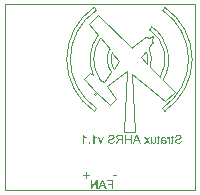
<source format=gbo>
G04 Layer_Color=32896*
%FSLAX25Y25*%
%MOIN*%
G70*
G01*
G75*
%ADD20C,0.00100*%
%ADD41C,0.00248*%
G36*
X23780Y11321D02*
X23826Y11254D01*
X23880Y11187D01*
X23930Y11129D01*
X23980Y11079D01*
X24017Y11038D01*
X24034Y11025D01*
X24046Y11013D01*
X24051Y11009D01*
X24055Y11004D01*
X24142Y10934D01*
X24229Y10867D01*
X24313Y10809D01*
X24396Y10763D01*
X24467Y10721D01*
X24496Y10705D01*
X24521Y10692D01*
X24541Y10680D01*
X24558Y10676D01*
X24566Y10667D01*
X24571D01*
Y10326D01*
X24508Y10351D01*
X24446Y10380D01*
X24383Y10409D01*
X24325Y10439D01*
X24275Y10464D01*
X24234Y10484D01*
X24209Y10501D01*
X24205Y10505D01*
X24200D01*
X24125Y10551D01*
X24059Y10597D01*
X24001Y10638D01*
X23955Y10676D01*
X23913Y10705D01*
X23888Y10730D01*
X23867Y10746D01*
X23863Y10751D01*
Y8500D01*
X23510D01*
Y11391D01*
X23739D01*
X23780Y11321D01*
D02*
G37*
G36*
X20423D02*
X20469Y11254D01*
X20523Y11187D01*
X20573Y11129D01*
X20623Y11079D01*
X20660Y11038D01*
X20677Y11025D01*
X20689Y11013D01*
X20693Y11009D01*
X20698Y11004D01*
X20785Y10934D01*
X20872Y10867D01*
X20956Y10809D01*
X21039Y10763D01*
X21109Y10721D01*
X21139Y10705D01*
X21163Y10692D01*
X21184Y10680D01*
X21201Y10676D01*
X21209Y10667D01*
X21213D01*
Y10326D01*
X21151Y10351D01*
X21089Y10380D01*
X21026Y10409D01*
X20968Y10439D01*
X20918Y10464D01*
X20877Y10484D01*
X20852Y10501D01*
X20847Y10505D01*
X20843D01*
X20768Y10551D01*
X20702Y10597D01*
X20643Y10638D01*
X20598Y10676D01*
X20556Y10705D01*
X20531Y10730D01*
X20510Y10746D01*
X20506Y10751D01*
Y8500D01*
X20153D01*
Y11391D01*
X20381D01*
X20423Y11321D01*
D02*
G37*
G36*
X36306Y8500D02*
X35923D01*
Y9856D01*
X34434D01*
Y8500D01*
X34051D01*
Y11379D01*
X34434D01*
Y10197D01*
X35923D01*
Y11379D01*
X36306D01*
Y8500D01*
D02*
G37*
G36*
X46993Y10630D02*
X47080Y10622D01*
X47164Y10609D01*
X47230Y10597D01*
X47288Y10584D01*
X47330Y10572D01*
X47347Y10567D01*
X47359Y10563D01*
X47363Y10559D01*
X47367D01*
X47438Y10530D01*
X47501Y10493D01*
X47555Y10459D01*
X47600Y10426D01*
X47634Y10393D01*
X47659Y10368D01*
X47675Y10351D01*
X47679Y10347D01*
X47717Y10293D01*
X47750Y10235D01*
X47775Y10176D01*
X47796Y10122D01*
X47813Y10068D01*
X47825Y10031D01*
X47829Y10014D01*
Y10002D01*
X47833Y9998D01*
Y9993D01*
X47488Y9948D01*
X47463Y10023D01*
X47438Y10089D01*
X47409Y10143D01*
X47384Y10185D01*
X47359Y10218D01*
X47338Y10239D01*
X47322Y10251D01*
X47317Y10255D01*
X47267Y10285D01*
X47209Y10305D01*
X47147Y10322D01*
X47089Y10330D01*
X47030Y10339D01*
X46989Y10343D01*
X46947D01*
X46852Y10339D01*
X46768Y10326D01*
X46702Y10305D01*
X46643Y10285D01*
X46602Y10260D01*
X46569Y10243D01*
X46548Y10226D01*
X46544Y10222D01*
X46510Y10185D01*
X46485Y10139D01*
X46465Y10089D01*
X46452Y10039D01*
X46444Y9993D01*
X46440Y9952D01*
Y9927D01*
Y9923D01*
Y9919D01*
Y9910D01*
Y9894D01*
Y9865D01*
X46444Y9839D01*
Y9831D01*
Y9827D01*
X46485Y9815D01*
X46531Y9802D01*
X46627Y9777D01*
X46735Y9756D01*
X46835Y9736D01*
X46885Y9727D01*
X46931Y9723D01*
X46972Y9715D01*
X47005Y9711D01*
X47035Y9706D01*
X47055D01*
X47072Y9702D01*
X47076D01*
X47151Y9694D01*
X47213Y9681D01*
X47267Y9673D01*
X47309Y9665D01*
X47342Y9661D01*
X47367Y9652D01*
X47384Y9648D01*
X47388D01*
X47442Y9631D01*
X47488Y9615D01*
X47534Y9594D01*
X47571Y9577D01*
X47605Y9561D01*
X47625Y9544D01*
X47642Y9536D01*
X47646Y9532D01*
X47688Y9503D01*
X47721Y9469D01*
X47754Y9436D01*
X47779Y9403D01*
X47800Y9374D01*
X47817Y9349D01*
X47825Y9332D01*
X47829Y9328D01*
X47850Y9282D01*
X47867Y9232D01*
X47879Y9186D01*
X47887Y9141D01*
X47892Y9103D01*
X47896Y9074D01*
Y9057D01*
Y9049D01*
X47892Y8999D01*
X47887Y8958D01*
X47867Y8870D01*
X47837Y8800D01*
X47804Y8737D01*
X47771Y8687D01*
X47742Y8650D01*
X47721Y8629D01*
X47713Y8621D01*
X47638Y8567D01*
X47555Y8525D01*
X47463Y8496D01*
X47380Y8475D01*
X47305Y8463D01*
X47272Y8458D01*
X47243D01*
X47218Y8454D01*
X47184D01*
X47109Y8458D01*
X47035Y8467D01*
X46968Y8475D01*
X46910Y8488D01*
X46864Y8500D01*
X46827Y8512D01*
X46802Y8517D01*
X46793Y8521D01*
X46723Y8550D01*
X46656Y8587D01*
X46594Y8629D01*
X46531Y8666D01*
X46481Y8704D01*
X46444Y8733D01*
X46419Y8754D01*
X46415Y8762D01*
X46411D01*
X46402Y8708D01*
X46394Y8658D01*
X46386Y8612D01*
X46373Y8575D01*
X46361Y8542D01*
X46352Y8521D01*
X46348Y8504D01*
X46344Y8500D01*
X45974D01*
X45995Y8546D01*
X46015Y8591D01*
X46032Y8633D01*
X46040Y8671D01*
X46053Y8704D01*
X46057Y8729D01*
X46061Y8745D01*
Y8750D01*
X46065Y8779D01*
X46069Y8816D01*
Y8858D01*
X46074Y8903D01*
X46078Y9008D01*
Y9111D01*
X46082Y9211D01*
Y9257D01*
Y9295D01*
Y9328D01*
Y9353D01*
Y9369D01*
Y9374D01*
Y9848D01*
Y9927D01*
X46086Y9998D01*
X46090Y10052D01*
Y10097D01*
X46094Y10131D01*
X46099Y10156D01*
X46103Y10168D01*
Y10172D01*
X46115Y10226D01*
X46132Y10272D01*
X46148Y10310D01*
X46169Y10347D01*
X46186Y10372D01*
X46198Y10393D01*
X46207Y10405D01*
X46211Y10409D01*
X46244Y10443D01*
X46282Y10476D01*
X46323Y10501D01*
X46365Y10526D01*
X46402Y10543D01*
X46431Y10555D01*
X46452Y10563D01*
X46461Y10567D01*
X46527Y10588D01*
X46598Y10605D01*
X46668Y10617D01*
X46739Y10626D01*
X46802Y10630D01*
X46847Y10634D01*
X46893D01*
X46993Y10630D01*
D02*
G37*
G36*
X41660Y9582D02*
X42421Y8500D01*
X41993D01*
X41431Y9299D01*
X41331Y9145D01*
X40899Y8500D01*
X40466D01*
X41227Y9582D01*
X40516Y10588D01*
X40944D01*
X41298Y10093D01*
X41352Y10014D01*
X41377Y9977D01*
X41402Y9939D01*
X41423Y9910D01*
X41439Y9885D01*
X41452Y9869D01*
X41456Y9865D01*
X41477Y9902D01*
X41502Y9939D01*
X41527Y9977D01*
X41548Y10014D01*
X41568Y10043D01*
X41585Y10073D01*
X41597Y10089D01*
X41602Y10093D01*
X41930Y10588D01*
X42363D01*
X41660Y9582D01*
D02*
G37*
G36*
X26189Y8500D02*
X25852D01*
X25057Y10588D01*
X25423D01*
X25885Y9311D01*
X25914Y9228D01*
X25943Y9153D01*
X25964Y9082D01*
X25985Y9028D01*
X25997Y8978D01*
X26010Y8945D01*
X26014Y8924D01*
X26018Y8916D01*
X26043Y8995D01*
X26064Y9074D01*
X26089Y9145D01*
X26110Y9207D01*
X26126Y9261D01*
X26139Y9303D01*
X26143Y9315D01*
X26147Y9328D01*
X26151Y9332D01*
Y9336D01*
X26601Y10588D01*
X26975D01*
X26189Y8500D01*
D02*
G37*
G36*
X50175Y11104D02*
Y10588D01*
X50437D01*
Y10314D01*
X50175D01*
Y9107D01*
Y9049D01*
Y8999D01*
X50171Y8953D01*
X50167Y8908D01*
Y8870D01*
X50163Y8837D01*
X50155Y8783D01*
X50146Y8741D01*
X50142Y8712D01*
X50134Y8696D01*
Y8691D01*
X50117Y8654D01*
X50092Y8625D01*
X50067Y8596D01*
X50046Y8575D01*
X50021Y8554D01*
X50005Y8542D01*
X49992Y8533D01*
X49988Y8529D01*
X49942Y8508D01*
X49897Y8496D01*
X49847Y8483D01*
X49797Y8479D01*
X49755Y8475D01*
X49722Y8471D01*
X49689D01*
X49597Y8475D01*
X49551Y8479D01*
X49510Y8488D01*
X49472Y8492D01*
X49443Y8496D01*
X49427Y8500D01*
X49418D01*
X49464Y8812D01*
X49497Y8808D01*
X49531Y8804D01*
X49560D01*
X49580Y8800D01*
X49622D01*
X49676Y8804D01*
X49714Y8812D01*
X49734Y8820D01*
X49743Y8824D01*
X49772Y8845D01*
X49788Y8866D01*
X49801Y8883D01*
X49805Y8891D01*
X49809Y8912D01*
X49813Y8941D01*
X49818Y9008D01*
X49822Y9037D01*
Y9062D01*
Y9078D01*
Y9087D01*
Y10314D01*
X49464D01*
Y10588D01*
X49822D01*
Y11316D01*
X50175Y11104D01*
D02*
G37*
G36*
X45479D02*
Y10588D01*
X45741D01*
Y10314D01*
X45479D01*
Y9107D01*
Y9049D01*
Y8999D01*
X45475Y8953D01*
X45470Y8908D01*
Y8870D01*
X45466Y8837D01*
X45458Y8783D01*
X45450Y8741D01*
X45445Y8712D01*
X45437Y8696D01*
Y8691D01*
X45421Y8654D01*
X45395Y8625D01*
X45371Y8596D01*
X45350Y8575D01*
X45325Y8554D01*
X45308Y8542D01*
X45296Y8533D01*
X45292Y8529D01*
X45246Y8508D01*
X45200Y8496D01*
X45150Y8483D01*
X45100Y8479D01*
X45059Y8475D01*
X45025Y8471D01*
X44992D01*
X44901Y8475D01*
X44855Y8479D01*
X44813Y8488D01*
X44776Y8492D01*
X44747Y8496D01*
X44730Y8500D01*
X44722D01*
X44767Y8812D01*
X44801Y8808D01*
X44834Y8804D01*
X44863D01*
X44884Y8800D01*
X44925D01*
X44980Y8804D01*
X45017Y8812D01*
X45038Y8820D01*
X45046Y8824D01*
X45075Y8845D01*
X45092Y8866D01*
X45104Y8883D01*
X45109Y8891D01*
X45113Y8912D01*
X45117Y8941D01*
X45121Y9008D01*
X45125Y9037D01*
Y9062D01*
Y9078D01*
Y9087D01*
Y10314D01*
X44767D01*
Y10588D01*
X45125D01*
Y11316D01*
X45479Y11104D01*
D02*
G37*
G36*
X44426Y9295D02*
Y9216D01*
X44422Y9145D01*
X44418Y9091D01*
X44414Y9041D01*
Y9008D01*
X44410Y8983D01*
X44405Y8966D01*
Y8962D01*
X44393Y8908D01*
X44376Y8858D01*
X44360Y8812D01*
X44339Y8775D01*
X44322Y8741D01*
X44310Y8721D01*
X44301Y8704D01*
X44297Y8700D01*
X44264Y8662D01*
X44227Y8629D01*
X44189Y8600D01*
X44148Y8575D01*
X44114Y8554D01*
X44085Y8537D01*
X44069Y8529D01*
X44060Y8525D01*
X43998Y8500D01*
X43940Y8483D01*
X43881Y8471D01*
X43827Y8463D01*
X43781Y8458D01*
X43744Y8454D01*
X43715D01*
X43640Y8458D01*
X43565Y8471D01*
X43499Y8488D01*
X43432Y8508D01*
X43374Y8537D01*
X43320Y8567D01*
X43270Y8596D01*
X43224Y8629D01*
X43182Y8662D01*
X43149Y8691D01*
X43120Y8725D01*
X43095Y8750D01*
X43074Y8770D01*
X43062Y8787D01*
X43053Y8800D01*
X43049Y8804D01*
Y8500D01*
X42733D01*
Y10588D01*
X43087D01*
Y9469D01*
X43091Y9374D01*
X43095Y9290D01*
X43103Y9220D01*
X43116Y9161D01*
X43128Y9116D01*
X43137Y9082D01*
X43141Y9066D01*
X43145Y9057D01*
X43170Y9008D01*
X43199Y8966D01*
X43232Y8929D01*
X43266Y8895D01*
X43295Y8870D01*
X43320Y8854D01*
X43336Y8841D01*
X43345Y8837D01*
X43399Y8812D01*
X43453Y8791D01*
X43503Y8779D01*
X43549Y8766D01*
X43586Y8762D01*
X43615Y8758D01*
X43644D01*
X43702Y8762D01*
X43752Y8770D01*
X43798Y8783D01*
X43835Y8800D01*
X43869Y8812D01*
X43890Y8824D01*
X43906Y8833D01*
X43910Y8837D01*
X43948Y8870D01*
X43977Y8903D01*
X44002Y8941D01*
X44023Y8974D01*
X44035Y9008D01*
X44043Y9032D01*
X44052Y9049D01*
Y9053D01*
X44060Y9099D01*
X44064Y9153D01*
X44069Y9216D01*
Y9278D01*
X44073Y9336D01*
Y9382D01*
Y9403D01*
Y9415D01*
Y9424D01*
Y9428D01*
Y10588D01*
X44426D01*
Y9295D01*
D02*
G37*
G36*
X48395Y10630D02*
X48436Y10622D01*
X48478Y10609D01*
X48511Y10597D01*
X48536Y10584D01*
X48561Y10572D01*
X48574Y10563D01*
X48578Y10559D01*
X48615Y10526D01*
X48653Y10484D01*
X48690Y10434D01*
X48724Y10389D01*
X48757Y10343D01*
X48778Y10305D01*
X48794Y10276D01*
X48798Y10272D01*
Y10588D01*
X49119D01*
Y8500D01*
X48765D01*
Y9590D01*
X48761Y9673D01*
X48757Y9748D01*
X48748Y9819D01*
X48736Y9881D01*
X48724Y9931D01*
X48715Y9968D01*
X48711Y9993D01*
X48707Y10002D01*
X48690Y10047D01*
X48669Y10085D01*
X48649Y10118D01*
X48628Y10147D01*
X48607Y10168D01*
X48595Y10185D01*
X48582Y10193D01*
X48578Y10197D01*
X48545Y10222D01*
X48507Y10239D01*
X48470Y10251D01*
X48441Y10260D01*
X48412Y10264D01*
X48391Y10268D01*
X48370D01*
X48324Y10264D01*
X48278Y10255D01*
X48233Y10243D01*
X48195Y10231D01*
X48162Y10218D01*
X48137Y10206D01*
X48120Y10197D01*
X48116Y10193D01*
X47987Y10518D01*
X48058Y10555D01*
X48125Y10584D01*
X48183Y10605D01*
X48237Y10622D01*
X48283Y10630D01*
X48320Y10634D01*
X48349D01*
X48395Y10630D01*
D02*
G37*
G36*
X39318Y8500D02*
X38914D01*
X38602Y9374D01*
X37396D01*
X37059Y8500D01*
X36626D01*
X37804Y11379D01*
X38219D01*
X39318Y8500D01*
D02*
G37*
G36*
X33411D02*
X33028D01*
Y9777D01*
X32537D01*
X32491Y9773D01*
X32458D01*
X32429Y9769D01*
X32408Y9765D01*
X32391D01*
X32383Y9760D01*
X32379D01*
X32312Y9740D01*
X32283Y9727D01*
X32258Y9715D01*
X32233Y9702D01*
X32217Y9694D01*
X32208Y9690D01*
X32204Y9686D01*
X32171Y9661D01*
X32138Y9631D01*
X32075Y9569D01*
X32046Y9540D01*
X32025Y9515D01*
X32013Y9498D01*
X32009Y9494D01*
X31967Y9436D01*
X31921Y9374D01*
X31876Y9307D01*
X31830Y9245D01*
X31792Y9186D01*
X31763Y9141D01*
X31751Y9124D01*
X31742Y9111D01*
X31734Y9103D01*
Y9099D01*
X31356Y8500D01*
X30881D01*
X31376Y9282D01*
X31435Y9365D01*
X31489Y9440D01*
X31543Y9503D01*
X31589Y9561D01*
X31630Y9602D01*
X31663Y9636D01*
X31684Y9657D01*
X31692Y9665D01*
X31726Y9690D01*
X31763Y9719D01*
X31838Y9765D01*
X31871Y9781D01*
X31896Y9798D01*
X31913Y9806D01*
X31921Y9810D01*
X31846Y9823D01*
X31776Y9835D01*
X31713Y9856D01*
X31651Y9873D01*
X31597Y9894D01*
X31547Y9919D01*
X31501Y9939D01*
X31460Y9960D01*
X31426Y9985D01*
X31393Y10006D01*
X31368Y10023D01*
X31347Y10039D01*
X31331Y10052D01*
X31318Y10064D01*
X31314Y10068D01*
X31310Y10073D01*
X31277Y10114D01*
X31243Y10156D01*
X31193Y10243D01*
X31160Y10330D01*
X31135Y10414D01*
X31118Y10484D01*
X31114Y10513D01*
Y10543D01*
X31110Y10563D01*
Y10580D01*
Y10588D01*
Y10593D01*
X31114Y10680D01*
X31127Y10759D01*
X31148Y10834D01*
X31168Y10896D01*
X31193Y10950D01*
X31210Y10992D01*
X31227Y11017D01*
X31231Y11021D01*
Y11025D01*
X31281Y11092D01*
X31331Y11150D01*
X31385Y11200D01*
X31435Y11237D01*
X31480Y11266D01*
X31518Y11283D01*
X31543Y11295D01*
X31547Y11300D01*
X31551D01*
X31589Y11312D01*
X31634Y11325D01*
X31726Y11345D01*
X31826Y11358D01*
X31917Y11370D01*
X32004Y11375D01*
X32042D01*
X32075Y11379D01*
X33411D01*
Y8500D01*
D02*
G37*
G36*
X22403D02*
X22000D01*
Y8903D01*
X22403D01*
Y8500D01*
D02*
G37*
G36*
X51989Y11424D02*
X52085Y11412D01*
X52176Y11395D01*
X52255Y11379D01*
X52318Y11362D01*
X52347Y11354D01*
X52368Y11345D01*
X52384Y11337D01*
X52397Y11333D01*
X52405Y11329D01*
X52409D01*
X52492Y11287D01*
X52567Y11241D01*
X52630Y11191D01*
X52680Y11146D01*
X52717Y11104D01*
X52746Y11071D01*
X52767Y11046D01*
X52771Y11042D01*
Y11038D01*
X52813Y10967D01*
X52842Y10896D01*
X52863Y10825D01*
X52875Y10763D01*
X52883Y10709D01*
X52892Y10667D01*
Y10651D01*
Y10638D01*
Y10634D01*
Y10630D01*
X52888Y10559D01*
X52875Y10493D01*
X52859Y10430D01*
X52842Y10376D01*
X52825Y10335D01*
X52809Y10301D01*
X52796Y10281D01*
X52792Y10272D01*
X52750Y10214D01*
X52701Y10160D01*
X52651Y10114D01*
X52601Y10077D01*
X52559Y10043D01*
X52522Y10023D01*
X52497Y10006D01*
X52492Y10002D01*
X52488D01*
X52455Y9985D01*
X52418Y9968D01*
X52334Y9939D01*
X52239Y9910D01*
X52147Y9881D01*
X52064Y9856D01*
X52027Y9848D01*
X51993Y9839D01*
X51968Y9831D01*
X51947Y9827D01*
X51935Y9823D01*
X51931D01*
X51860Y9806D01*
X51794Y9790D01*
X51735Y9773D01*
X51685Y9760D01*
X51635Y9748D01*
X51594Y9736D01*
X51556Y9727D01*
X51527Y9715D01*
X51498Y9706D01*
X51477Y9702D01*
X51444Y9690D01*
X51423Y9686D01*
X51419Y9681D01*
X51357Y9657D01*
X51303Y9627D01*
X51257Y9598D01*
X51224Y9573D01*
X51195Y9548D01*
X51178Y9532D01*
X51165Y9519D01*
X51161Y9515D01*
X51132Y9478D01*
X51111Y9436D01*
X51099Y9394D01*
X51086Y9361D01*
X51082Y9328D01*
X51078Y9303D01*
Y9282D01*
Y9278D01*
X51082Y9228D01*
X51091Y9182D01*
X51103Y9141D01*
X51120Y9107D01*
X51136Y9074D01*
X51149Y9053D01*
X51157Y9037D01*
X51161Y9032D01*
X51195Y8991D01*
X51236Y8958D01*
X51278Y8929D01*
X51315Y8899D01*
X51353Y8883D01*
X51382Y8866D01*
X51403Y8858D01*
X51411Y8854D01*
X51473Y8833D01*
X51540Y8816D01*
X51606Y8808D01*
X51665Y8800D01*
X51715Y8795D01*
X51756Y8791D01*
X51794D01*
X51885Y8795D01*
X51968Y8804D01*
X52043Y8816D01*
X52110Y8833D01*
X52164Y8849D01*
X52205Y8862D01*
X52218Y8866D01*
X52230Y8870D01*
X52235Y8874D01*
X52239D01*
X52305Y8908D01*
X52368Y8945D01*
X52413Y8983D01*
X52455Y9020D01*
X52488Y9049D01*
X52509Y9078D01*
X52522Y9095D01*
X52526Y9099D01*
X52555Y9153D01*
X52584Y9211D01*
X52601Y9274D01*
X52617Y9328D01*
X52630Y9382D01*
X52638Y9419D01*
Y9436D01*
X52642Y9448D01*
Y9453D01*
Y9457D01*
X53000Y9424D01*
X52992Y9319D01*
X52975Y9220D01*
X52950Y9132D01*
X52921Y9053D01*
X52892Y8991D01*
X52879Y8966D01*
X52871Y8945D01*
X52859Y8929D01*
X52854Y8916D01*
X52846Y8908D01*
Y8903D01*
X52784Y8824D01*
X52717Y8754D01*
X52646Y8696D01*
X52580Y8646D01*
X52522Y8608D01*
X52472Y8583D01*
X52455Y8575D01*
X52443Y8567D01*
X52434Y8562D01*
X52430D01*
X52326Y8525D01*
X52218Y8496D01*
X52110Y8479D01*
X52006Y8463D01*
X51956Y8458D01*
X51914Y8454D01*
X51877D01*
X51844Y8450D01*
X51777D01*
X51665Y8454D01*
X51561Y8467D01*
X51465Y8488D01*
X51386Y8508D01*
X51319Y8525D01*
X51290Y8537D01*
X51265Y8546D01*
X51249Y8554D01*
X51236Y8558D01*
X51228Y8562D01*
X51224D01*
X51136Y8608D01*
X51061Y8658D01*
X50995Y8712D01*
X50941Y8762D01*
X50899Y8804D01*
X50870Y8841D01*
X50849Y8866D01*
X50845Y8870D01*
Y8874D01*
X50799Y8953D01*
X50766Y9028D01*
X50745Y9099D01*
X50729Y9166D01*
X50720Y9224D01*
X50712Y9270D01*
Y9286D01*
Y9299D01*
Y9303D01*
Y9307D01*
X50716Y9390D01*
X50729Y9469D01*
X50749Y9540D01*
X50770Y9598D01*
X50795Y9648D01*
X50812Y9686D01*
X50828Y9706D01*
X50833Y9715D01*
X50883Y9777D01*
X50941Y9835D01*
X51003Y9885D01*
X51066Y9931D01*
X51120Y9964D01*
X51165Y9989D01*
X51182Y9998D01*
X51195Y10006D01*
X51203Y10010D01*
X51207D01*
X51240Y10027D01*
X51282Y10039D01*
X51328Y10056D01*
X51378Y10073D01*
X51482Y10102D01*
X51590Y10131D01*
X51640Y10143D01*
X51685Y10156D01*
X51731Y10168D01*
X51769Y10176D01*
X51798Y10185D01*
X51823Y10189D01*
X51839Y10193D01*
X51844D01*
X51927Y10214D01*
X52002Y10231D01*
X52068Y10251D01*
X52126Y10268D01*
X52180Y10289D01*
X52226Y10305D01*
X52268Y10322D01*
X52305Y10335D01*
X52334Y10351D01*
X52359Y10364D01*
X52376Y10372D01*
X52393Y10385D01*
X52413Y10397D01*
X52418Y10401D01*
X52455Y10443D01*
X52480Y10484D01*
X52501Y10526D01*
X52513Y10567D01*
X52522Y10601D01*
X52526Y10630D01*
Y10647D01*
Y10655D01*
X52517Y10721D01*
X52501Y10780D01*
X52476Y10830D01*
X52447Y10875D01*
X52422Y10909D01*
X52397Y10938D01*
X52380Y10954D01*
X52372Y10959D01*
X52339Y10979D01*
X52305Y11000D01*
X52226Y11033D01*
X52143Y11054D01*
X52060Y11071D01*
X51985Y11079D01*
X51952Y11083D01*
X51927Y11088D01*
X51868D01*
X51752Y11083D01*
X51648Y11067D01*
X51565Y11042D01*
X51494Y11017D01*
X51440Y10992D01*
X51398Y10967D01*
X51378Y10950D01*
X51369Y10946D01*
X51311Y10888D01*
X51265Y10825D01*
X51228Y10759D01*
X51203Y10692D01*
X51186Y10630D01*
X51174Y10584D01*
X51170Y10563D01*
X51165Y10551D01*
Y10543D01*
Y10538D01*
X50799Y10567D01*
X50808Y10659D01*
X50828Y10742D01*
X50849Y10821D01*
X50878Y10888D01*
X50903Y10942D01*
X50924Y10983D01*
X50933Y10996D01*
X50941Y11009D01*
X50945Y11013D01*
Y11017D01*
X50999Y11088D01*
X51057Y11150D01*
X51120Y11204D01*
X51182Y11246D01*
X51236Y11283D01*
X51278Y11304D01*
X51294Y11312D01*
X51307Y11321D01*
X51315Y11325D01*
X51319D01*
X51411Y11358D01*
X51511Y11383D01*
X51602Y11404D01*
X51690Y11416D01*
X51769Y11424D01*
X51798D01*
X51827Y11429D01*
X51881D01*
X51989Y11424D01*
D02*
G37*
G36*
X29629D02*
X29725Y11412D01*
X29816Y11395D01*
X29895Y11379D01*
X29958Y11362D01*
X29987Y11354D01*
X30008Y11345D01*
X30024Y11337D01*
X30037Y11333D01*
X30045Y11329D01*
X30049D01*
X30132Y11287D01*
X30207Y11241D01*
X30270Y11191D01*
X30320Y11146D01*
X30357Y11104D01*
X30386Y11071D01*
X30407Y11046D01*
X30411Y11042D01*
Y11038D01*
X30453Y10967D01*
X30482Y10896D01*
X30503Y10825D01*
X30515Y10763D01*
X30523Y10709D01*
X30532Y10667D01*
Y10651D01*
Y10638D01*
Y10634D01*
Y10630D01*
X30528Y10559D01*
X30515Y10493D01*
X30499Y10430D01*
X30482Y10376D01*
X30465Y10335D01*
X30449Y10301D01*
X30436Y10281D01*
X30432Y10272D01*
X30390Y10214D01*
X30340Y10160D01*
X30291Y10114D01*
X30241Y10077D01*
X30199Y10043D01*
X30162Y10023D01*
X30137Y10006D01*
X30132Y10002D01*
X30128D01*
X30095Y9985D01*
X30058Y9968D01*
X29974Y9939D01*
X29879Y9910D01*
X29787Y9881D01*
X29704Y9856D01*
X29667Y9848D01*
X29633Y9839D01*
X29608Y9831D01*
X29588Y9827D01*
X29575Y9823D01*
X29571D01*
X29500Y9806D01*
X29434Y9790D01*
X29375Y9773D01*
X29325Y9760D01*
X29276Y9748D01*
X29234Y9736D01*
X29197Y9727D01*
X29167Y9715D01*
X29138Y9706D01*
X29117Y9702D01*
X29084Y9690D01*
X29063Y9686D01*
X29059Y9681D01*
X28997Y9657D01*
X28943Y9627D01*
X28897Y9598D01*
X28864Y9573D01*
X28835Y9548D01*
X28818Y9532D01*
X28805Y9519D01*
X28801Y9515D01*
X28772Y9478D01*
X28751Y9436D01*
X28739Y9394D01*
X28726Y9361D01*
X28722Y9328D01*
X28718Y9303D01*
Y9282D01*
Y9278D01*
X28722Y9228D01*
X28731Y9182D01*
X28743Y9141D01*
X28760Y9107D01*
X28776Y9074D01*
X28789Y9053D01*
X28797Y9037D01*
X28801Y9032D01*
X28835Y8991D01*
X28876Y8958D01*
X28918Y8929D01*
X28955Y8899D01*
X28993Y8883D01*
X29022Y8866D01*
X29043Y8858D01*
X29051Y8854D01*
X29113Y8833D01*
X29180Y8816D01*
X29246Y8808D01*
X29305Y8800D01*
X29355Y8795D01*
X29396Y8791D01*
X29434D01*
X29525Y8795D01*
X29608Y8804D01*
X29683Y8816D01*
X29750Y8833D01*
X29804Y8849D01*
X29845Y8862D01*
X29858Y8866D01*
X29870Y8870D01*
X29875Y8874D01*
X29879D01*
X29945Y8908D01*
X30008Y8945D01*
X30053Y8983D01*
X30095Y9020D01*
X30128Y9049D01*
X30149Y9078D01*
X30162Y9095D01*
X30166Y9099D01*
X30195Y9153D01*
X30224Y9211D01*
X30241Y9274D01*
X30257Y9328D01*
X30270Y9382D01*
X30278Y9419D01*
Y9436D01*
X30282Y9448D01*
Y9453D01*
Y9457D01*
X30640Y9424D01*
X30632Y9319D01*
X30615Y9220D01*
X30590Y9132D01*
X30561Y9053D01*
X30532Y8991D01*
X30519Y8966D01*
X30511Y8945D01*
X30499Y8929D01*
X30494Y8916D01*
X30486Y8908D01*
Y8903D01*
X30424Y8824D01*
X30357Y8754D01*
X30286Y8696D01*
X30220Y8646D01*
X30162Y8608D01*
X30112Y8583D01*
X30095Y8575D01*
X30083Y8567D01*
X30074Y8562D01*
X30070D01*
X29966Y8525D01*
X29858Y8496D01*
X29750Y8479D01*
X29646Y8463D01*
X29596Y8458D01*
X29554Y8454D01*
X29517D01*
X29484Y8450D01*
X29417D01*
X29305Y8454D01*
X29201Y8467D01*
X29105Y8488D01*
X29026Y8508D01*
X28959Y8525D01*
X28930Y8537D01*
X28905Y8546D01*
X28889Y8554D01*
X28876Y8558D01*
X28868Y8562D01*
X28864D01*
X28776Y8608D01*
X28701Y8658D01*
X28635Y8712D01*
X28581Y8762D01*
X28539Y8804D01*
X28510Y8841D01*
X28489Y8866D01*
X28485Y8870D01*
Y8874D01*
X28439Y8953D01*
X28406Y9028D01*
X28385Y9099D01*
X28369Y9166D01*
X28360Y9224D01*
X28352Y9270D01*
Y9286D01*
Y9299D01*
Y9303D01*
Y9307D01*
X28356Y9390D01*
X28369Y9469D01*
X28389Y9540D01*
X28410Y9598D01*
X28435Y9648D01*
X28452Y9686D01*
X28468Y9706D01*
X28473Y9715D01*
X28523Y9777D01*
X28581Y9835D01*
X28643Y9885D01*
X28706Y9931D01*
X28760Y9964D01*
X28805Y9989D01*
X28822Y9998D01*
X28835Y10006D01*
X28843Y10010D01*
X28847D01*
X28880Y10027D01*
X28922Y10039D01*
X28968Y10056D01*
X29018Y10073D01*
X29122Y10102D01*
X29230Y10131D01*
X29280Y10143D01*
X29325Y10156D01*
X29371Y10168D01*
X29409Y10176D01*
X29438Y10185D01*
X29463Y10189D01*
X29479Y10193D01*
X29484D01*
X29567Y10214D01*
X29642Y10231D01*
X29708Y10251D01*
X29766Y10268D01*
X29820Y10289D01*
X29866Y10305D01*
X29908Y10322D01*
X29945Y10335D01*
X29974Y10351D01*
X29999Y10364D01*
X30016Y10372D01*
X30033Y10385D01*
X30053Y10397D01*
X30058Y10401D01*
X30095Y10443D01*
X30120Y10484D01*
X30141Y10526D01*
X30153Y10567D01*
X30162Y10601D01*
X30166Y10630D01*
Y10647D01*
Y10655D01*
X30157Y10721D01*
X30141Y10780D01*
X30116Y10830D01*
X30087Y10875D01*
X30062Y10909D01*
X30037Y10938D01*
X30020Y10954D01*
X30012Y10959D01*
X29979Y10979D01*
X29945Y11000D01*
X29866Y11033D01*
X29783Y11054D01*
X29700Y11071D01*
X29625Y11079D01*
X29592Y11083D01*
X29567Y11088D01*
X29509D01*
X29392Y11083D01*
X29288Y11067D01*
X29205Y11042D01*
X29134Y11017D01*
X29080Y10992D01*
X29038Y10967D01*
X29018Y10950D01*
X29009Y10946D01*
X28951Y10888D01*
X28905Y10825D01*
X28868Y10759D01*
X28843Y10692D01*
X28826Y10630D01*
X28814Y10584D01*
X28810Y10563D01*
X28805Y10551D01*
Y10543D01*
Y10538D01*
X28439Y10567D01*
X28448Y10659D01*
X28468Y10742D01*
X28489Y10821D01*
X28518Y10888D01*
X28543Y10942D01*
X28564Y10983D01*
X28572Y10996D01*
X28581Y11009D01*
X28585Y11013D01*
Y11017D01*
X28639Y11088D01*
X28697Y11150D01*
X28760Y11204D01*
X28822Y11246D01*
X28876Y11283D01*
X28918Y11304D01*
X28934Y11312D01*
X28947Y11321D01*
X28955Y11325D01*
X28959D01*
X29051Y11358D01*
X29151Y11383D01*
X29242Y11404D01*
X29330Y11416D01*
X29409Y11424D01*
X29438D01*
X29467Y11429D01*
X29521D01*
X29629Y11424D01*
D02*
G37*
G36*
X31500Y-2346D02*
X30040D01*
Y-1874D01*
X31500D01*
Y-2346D01*
D02*
G37*
G36*
X21457Y-1885D02*
X22500D01*
Y-2324D01*
X21457D01*
Y-3378D01*
X21013D01*
Y-2324D01*
X19969D01*
Y-1885D01*
X21013D01*
Y-842D01*
X21457D01*
Y-1885D01*
D02*
G37*
G36*
X24879Y-6500D02*
X24513D01*
Y-4241D01*
X23007Y-6500D01*
X22612D01*
Y-3621D01*
X22978D01*
Y-5884D01*
X24488Y-3621D01*
X24879D01*
Y-6500D01*
D02*
G37*
G36*
X30000D02*
X29617D01*
Y-5194D01*
X28265D01*
Y-4853D01*
X29617D01*
Y-3962D01*
X28053D01*
Y-3621D01*
X30000D01*
Y-6500D01*
D02*
G37*
G36*
X27874D02*
X27471D01*
X27159Y-5626D01*
X25952D01*
X25615Y-6500D01*
X25183D01*
X26360Y-3621D01*
X26776D01*
X27874Y-6500D01*
D02*
G37*
%LPC*%
G36*
X46444Y9548D02*
X46440D01*
X46444Y9415D01*
X46448Y9332D01*
X46452Y9261D01*
X46461Y9203D01*
X46473Y9153D01*
X46485Y9116D01*
X46494Y9087D01*
X46498Y9070D01*
X46502Y9066D01*
X46535Y9012D01*
X46569Y8962D01*
X46610Y8920D01*
X46648Y8887D01*
X46681Y8858D01*
X46710Y8837D01*
X46727Y8824D01*
X46735Y8820D01*
X46797Y8791D01*
X46860Y8770D01*
X46918Y8754D01*
X46976Y8745D01*
X47022Y8737D01*
X47064Y8733D01*
X47097D01*
X47172Y8737D01*
X47234Y8745D01*
X47288Y8762D01*
X47334Y8779D01*
X47367Y8795D01*
X47392Y8812D01*
X47409Y8820D01*
X47413Y8824D01*
X47446Y8862D01*
X47471Y8903D01*
X47492Y8941D01*
X47505Y8978D01*
X47513Y9012D01*
X47517Y9037D01*
Y9057D01*
Y9062D01*
X47513Y9095D01*
X47509Y9128D01*
X47501Y9153D01*
X47492Y9178D01*
X47484Y9199D01*
X47480Y9216D01*
X47471Y9224D01*
Y9228D01*
X47430Y9278D01*
X47380Y9311D01*
X47363Y9324D01*
X47347Y9332D01*
X47334Y9340D01*
X47330D01*
X47288Y9357D01*
X47243Y9369D01*
X47193Y9382D01*
X47143Y9390D01*
X47097Y9399D01*
X47055Y9407D01*
X47030Y9411D01*
X47022D01*
X46951Y9424D01*
X46885Y9432D01*
X46827Y9444D01*
X46768Y9457D01*
X46714Y9469D01*
X46668Y9482D01*
X46623Y9490D01*
X46585Y9503D01*
X46552Y9511D01*
X46523Y9519D01*
X46498Y9527D01*
X46477Y9536D01*
X46461Y9540D01*
X46448Y9544D01*
X46444Y9548D01*
D02*
G37*
G36*
X38020Y11079D02*
X37991Y10983D01*
X37957Y10884D01*
X37924Y10784D01*
X37891Y10688D01*
X37874Y10647D01*
X37862Y10605D01*
X37849Y10567D01*
X37837Y10538D01*
X37828Y10513D01*
X37820Y10493D01*
X37816Y10480D01*
Y10476D01*
X37516Y9686D01*
X38490D01*
X38178Y10526D01*
X38140Y10630D01*
X38111Y10730D01*
X38082Y10821D01*
X38061Y10904D01*
X38045Y10975D01*
X38037Y11004D01*
X38032Y11033D01*
X38024Y11050D01*
Y11067D01*
X38020Y11075D01*
Y11079D01*
D02*
G37*
G36*
X33028Y11058D02*
X32121D01*
X32009Y11054D01*
X31913Y11038D01*
X31830Y11017D01*
X31767Y10992D01*
X31713Y10967D01*
X31680Y10946D01*
X31659Y10929D01*
X31651Y10925D01*
X31601Y10871D01*
X31563Y10817D01*
X31539Y10759D01*
X31518Y10709D01*
X31509Y10659D01*
X31505Y10622D01*
X31501Y10597D01*
Y10593D01*
Y10588D01*
X31505Y10538D01*
X31514Y10488D01*
X31526Y10447D01*
X31539Y10409D01*
X31555Y10376D01*
X31568Y10351D01*
X31576Y10335D01*
X31580Y10330D01*
X31609Y10289D01*
X31647Y10251D01*
X31684Y10222D01*
X31722Y10197D01*
X31755Y10181D01*
X31780Y10168D01*
X31797Y10160D01*
X31805Y10156D01*
X31863Y10139D01*
X31930Y10127D01*
X31996Y10118D01*
X32063Y10114D01*
X32121Y10110D01*
X32171Y10106D01*
X33028D01*
Y11058D01*
D02*
G37*
G36*
X26576Y-3921D02*
X26547Y-4016D01*
X26514Y-4116D01*
X26481Y-4216D01*
X26447Y-4312D01*
X26431Y-4353D01*
X26418Y-4395D01*
X26406Y-4433D01*
X26393Y-4462D01*
X26385Y-4487D01*
X26377Y-4507D01*
X26373Y-4520D01*
Y-4524D01*
X26073Y-5314D01*
X27046D01*
X26734Y-4474D01*
X26697Y-4370D01*
X26668Y-4270D01*
X26639Y-4179D01*
X26618Y-4095D01*
X26601Y-4025D01*
X26593Y-3996D01*
X26589Y-3967D01*
X26581Y-3950D01*
Y-3933D01*
X26576Y-3925D01*
Y-3921D01*
D02*
G37*
%LPD*%
D20*
X-6000Y-7000D02*
Y55000D01*
X57500D01*
X-6000Y-7000D02*
X57500D01*
Y55000D01*
D41*
X47201Y19317D02*
G03*
X47201Y54000I-11697J17342D01*
G01*
X46522Y20323D02*
G03*
X46522Y52994I-11018J16335D01*
G01*
X42016Y40136D02*
G03*
X43217Y42078I-15600J10990D01*
G01*
X23683Y24724D02*
G03*
X24082Y24746I185J271D01*
G01*
X25901Y43706D02*
G03*
X25725Y29858I9602J-7047D01*
G01*
X23709Y25123D02*
G03*
X23683Y24724I247J-216D01*
G01*
X42449Y34157D02*
G03*
X42016Y40136I-6946J2502D01*
G01*
X46657Y29740D02*
G03*
X42843Y47540I-11153J6919D01*
G01*
X41489Y35165D02*
G03*
X41191Y39048I-5986J1494D01*
G01*
X25122Y44689D02*
G03*
X23441Y31485I10381J-8031D01*
G01*
X41269Y44049D02*
G03*
X36391Y40400I8843J-16907D01*
G01*
X45789Y30651D02*
G03*
X42164Y46533I-10285J6007D01*
G01*
X24485Y52994D02*
G03*
X24485Y20323I11018J-16335D01*
G01*
X39510Y37243D02*
G03*
X41191Y39048I-13094J13880D01*
G01*
X29742Y38862D02*
G03*
X30213Y33486I5763J-2204D01*
G01*
X23806Y54000D02*
G03*
X23806Y19317I11697J-17342D01*
G01*
X28889Y39937D02*
G03*
X29435Y32454I6614J-3279D01*
G01*
X36406Y31820D02*
X37276Y12537D01*
X47477Y22826D02*
X50528Y25675D01*
X28041Y27856D02*
X34632Y32699D01*
X23709Y25123D02*
X24377Y25882D01*
X24956Y51557D02*
X36391Y40400D01*
X33731Y12537D02*
X34632Y32699D01*
X46522Y20323D02*
X47201Y19317D01*
X29742Y38862D02*
X32060Y35937D01*
X42449Y34157D02*
X45789Y30651D01*
X25725Y29858D02*
X26866Y29045D01*
X30213Y33486D02*
X32060Y35937D01*
X39510Y37243D02*
X41489Y35165D01*
X46657Y29740D02*
X50528Y25675D01*
X23806Y19317D02*
X24485Y20323D01*
X42885Y42721D02*
X43217Y42078D01*
X23806Y54000D02*
X24485Y52994D01*
X22071Y48539D02*
X25122Y44689D01*
X24082Y24746D02*
X24849Y25405D01*
X42885Y42721D02*
X43435Y44241D01*
X41909Y43709D02*
X43435Y44241D01*
X26866Y29045D02*
X29435Y32454D01*
X20282Y29977D02*
X22477Y32172D01*
X23441Y31485D01*
X22071Y48539D02*
X24956Y51557D01*
X36406Y31820D02*
X47477Y22826D01*
X24849Y25405D02*
X28894Y21261D01*
X41269Y44049D02*
X41909Y43709D01*
X46522Y52994D02*
X47201Y54000D01*
X28894Y21261D02*
X31115Y23429D01*
X42164Y46533D02*
X42843Y47540D01*
X20282Y29977D02*
X24377Y25882D01*
X25901Y43706D02*
X28889Y39937D01*
X33731Y12537D02*
X37276D01*
X28041Y27856D02*
X31115Y23429D01*
M02*

</source>
